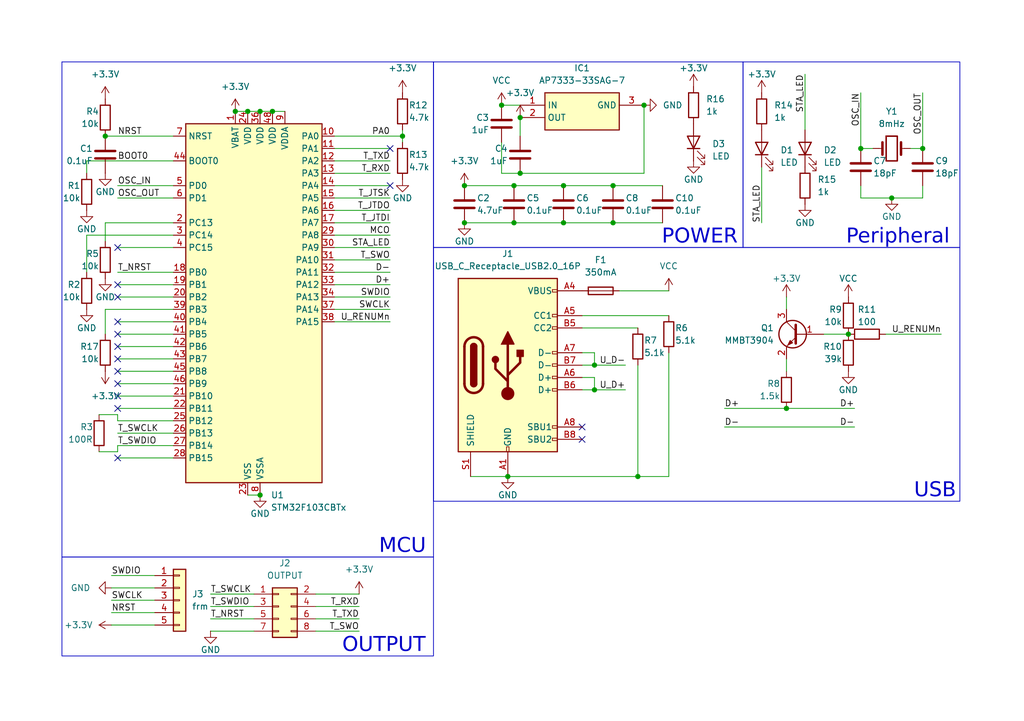
<source format=kicad_sch>
(kicad_sch (version 20231120) (generator "eeschema") (generator_version "8.0")
  (paper "A5")
  (title_block (title "ST-LINK-V2_1") (date "2024-08-02") (rev "Rev2") (company "yukuyuku4123"))
  (lib_symbols
    (symbol "Connector:USB_C_Receptacle_USB2.0_16P" (pin_names (offset 1.016))
      (property "Reference" "J" (at 0 22.225 0))
      (property "Value" "USB_C_Receptacle_USB2.0_16P" (at 0 19.685 0))
      (symbol "USB_C_Receptacle_USB2.0_16P_0_0"
        (rectangle (start -0.254 -17.78) (end 0.254 -16.764))
        (rectangle (start 10.16 -14.986) (end 9.144 -15.494))
        (rectangle (start 10.16 -12.446) (end 9.144 -12.954))
        (rectangle (start 10.16 -4.826) (end 9.144 -5.334))
        (rectangle (start 10.16 -2.286) (end 9.144 -2.794))
        (rectangle (start 10.16 0.254) (end 9.144 -0.254))
        (rectangle (start 10.16 2.794) (end 9.144 2.286))
        (rectangle (start 10.16 7.874) (end 9.144 7.366))
        (rectangle (start 10.16 10.414) (end 9.144 9.906))
        (rectangle (start 10.16 15.494) (end 9.144 14.986))
      )
      (symbol "USB_C_Receptacle_USB2.0_16P_0_1"
        (rectangle (start -10.16 17.78) (end 10.16 -17.78) (stroke (width 0.254)) (fill (type background)))
        (arc (start -8.89 -3.81) (mid -6.985 -5.7067) (end -5.08 -3.81) (stroke (width 0.508)))
        (arc (start -7.62 -3.81) (mid -6.985 -4.4423) (end -6.35 -3.81) (stroke (width 0.254)))
        (arc (start -7.62 -3.81) (mid -6.985 -4.4423) (end -6.35 -3.81) (stroke (width 0.254)) (fill (type outline)))
        (rectangle (start -7.62 -3.81) (end -6.35 3.81) (stroke (width 0.254)) (fill (type outline)))
        (arc (start -6.35 3.81) (mid -6.985 4.4423) (end -7.62 3.81) (stroke (width 0.254)))
        (arc (start -6.35 3.81) (mid -6.985 4.4423) (end -7.62 3.81) (stroke (width 0.254)) (fill (type outline)))
        (arc (start -5.08 3.81) (mid -6.985 5.7067) (end -8.89 3.81) (stroke (width 0.508)))
        (circle (center -2.54 1.143) (radius 0.635) (stroke (width 0.254)) (fill (type outline)))
        (circle (center 0 -5.842) (radius 1.27) (fill (type outline)))
        (polyline (pts (xy -8.89 -3.81) (xy -8.89 3.81)) (stroke (width 0.508)))
        (polyline (pts (xy -5.08 3.81) (xy -5.08 -3.81)) (stroke (width 0.508)))
        (polyline (pts (xy 0 -5.842) (xy 0 4.318)) (stroke (width 0.508)))
        (polyline (pts (xy 0 -3.302) (xy -2.54 -0.762) (xy -2.54 0.508)) (stroke (width 0.508)))
        (polyline (pts (xy 0 -2.032) (xy 2.54 0.508) (xy 2.54 1.778)) (stroke (width 0.508)))
        (polyline (pts (xy -1.27 4.318) (xy 0 6.858) (xy 1.27 4.318) (xy -1.27 4.318)) (stroke (width 0.254)) (fill (type outline)))
        (rectangle (start 1.905 1.778) (end 3.175 3.048) (stroke (width 0.254)) (fill (type outline)))
      )
      (symbol "USB_C_Receptacle_USB2.0_16P_1_1"
        (pin passive line (at 0 -22.86 90) (length 5.08) (name "GND") (number "A1"))
        (pin passive line (at 0 -22.86 90) (length 5.08) hide (name "GND") (number "A12"))
        (pin passive line (at 15.24 15.24 180) (length 5.08) (name "VBUS") (number "A4"))
        (pin bidirectional line (at 15.24 10.16 180) (length 5.08) (name "CC1") (number "A5"))
        (pin bidirectional line (at 15.24 -2.54 180) (length 5.08) (name "D+") (number "A6"))
        (pin bidirectional line (at 15.24 2.54 180) (length 5.08) (name "D-") (number "A7"))
        (pin bidirectional line (at 15.24 -12.7 180) (length 5.08) (name "SBU1") (number "A8"))
        (pin passive line (at 15.24 15.24 180) (length 5.08) hide (name "VBUS") (number "A9"))
        (pin passive line (at 0 -22.86 90) (length 5.08) hide (name "GND") (number "B1"))
        (pin passive line (at 0 -22.86 90) (length 5.08) hide (name "GND") (number "B12"))
        (pin passive line (at 15.24 15.24 180) (length 5.08) hide (name "VBUS") (number "B4"))
        (pin bidirectional line (at 15.24 7.62 180) (length 5.08) (name "CC2") (number "B5"))
        (pin bidirectional line (at 15.24 -5.08 180) (length 5.08) (name "D+") (number "B6"))
        (pin bidirectional line (at 15.24 0 180) (length 5.08) (name "D-") (number "B7"))
        (pin bidirectional line (at 15.24 -15.24 180) (length 5.08) (name "SBU2") (number "B8"))
        (pin passive line (at 15.24 15.24 180) (length 5.08) hide (name "VBUS") (number "B9"))
        (pin passive line (at -7.62 -22.86 90) (length 5.08) (name "SHIELD") (number "S1"))
      )
    )
    (symbol "Connector_Generic:Conn_01x05" (pin_names (offset 1.016) hide)
      (property "Reference" "J" (at 0 7.62 0))
      (property "Value" "Conn_01x05" (at 0 -7.62 0))
      (symbol "Conn_01x05_1_1"
        (rectangle (start -1.27 -4.953) (end 0 -5.207) (stroke (width 0.1524)))
        (rectangle (start -1.27 -2.413) (end 0 -2.667) (stroke (width 0.1524)))
        (rectangle (start -1.27 0.127) (end 0 -0.127) (stroke (width 0.1524)))
        (rectangle (start -1.27 2.667) (end 0 2.413) (stroke (width 0.1524)))
        (rectangle (start -1.27 5.207) (end 0 4.953) (stroke (width 0.1524)))
        (rectangle (start -1.27 6.35) (end 1.27 -6.35) (stroke (width 0.254)) (fill (type background)))
        (pin passive line (at -5.08 5.08 0) (length 3.81) (name "Pin_1") (number "1"))
        (pin passive line (at -5.08 2.54 0) (length 3.81) (name "Pin_2") (number "2"))
        (pin passive line (at -5.08 0 0) (length 3.81) (name "Pin_3") (number "3"))
        (pin passive line (at -5.08 -2.54 0) (length 3.81) (name "Pin_4") (number "4"))
        (pin passive line (at -5.08 -5.08 0) (length 3.81) (name "Pin_5") (number "5"))
      )
    )
    (symbol "Connector_Generic:Conn_02x04_Odd_Even" (pin_names (offset 1.016) hide)
      (property "Reference" "J" (at 1.27 5.08 0))
      (property "Value" "Conn_02x04_Odd_Even" (at 1.27 -7.62 0))
      (symbol "Conn_02x04_Odd_Even_1_1"
        (rectangle (start -1.27 -4.953) (end 0 -5.207) (stroke (width 0.1524)))
        (rectangle (start -1.27 -2.413) (end 0 -2.667) (stroke (width 0.1524)))
        (rectangle (start -1.27 0.127) (end 0 -0.127) (stroke (width 0.1524)))
        (rectangle (start -1.27 2.667) (end 0 2.413) (stroke (width 0.1524)))
        (rectangle (start -1.27 3.81) (end 3.81 -6.35) (stroke (width 0.254)) (fill (type background)))
        (rectangle (start 3.81 -4.953) (end 2.54 -5.207) (stroke (width 0.1524)))
        (rectangle (start 3.81 -2.413) (end 2.54 -2.667) (stroke (width 0.1524)))
        (rectangle (start 3.81 0.127) (end 2.54 -0.127) (stroke (width 0.1524)))
        (rectangle (start 3.81 2.667) (end 2.54 2.413) (stroke (width 0.1524)))
        (pin passive line (at -5.08 2.54 0) (length 3.81) (name "Pin_1") (number "1"))
        (pin passive line (at 7.62 2.54 180) (length 3.81) (name "Pin_2") (number "2"))
        (pin passive line (at -5.08 0 0) (length 3.81) (name "Pin_3") (number "3"))
        (pin passive line (at 7.62 0 180) (length 3.81) (name "Pin_4") (number "4"))
        (pin passive line (at -5.08 -2.54 0) (length 3.81) (name "Pin_5") (number "5"))
        (pin passive line (at 7.62 -2.54 180) (length 3.81) (name "Pin_6") (number "6"))
        (pin passive line (at -5.08 -5.08 0) (length 3.81) (name "Pin_7") (number "7"))
        (pin passive line (at 7.62 -5.08 180) (length 3.81) (name "Pin_8") (number "8"))
      )
    )
    (symbol "Device:C" (pin_numbers hide) (pin_names (offset 0.254))
      (property "Reference" "C" (at 0.635 2.54 0))
      (property "Value" "C" (at 0.635 -2.54 0))
      (symbol "C_0_1"
        (polyline (pts (xy -2.032 -0.762) (xy 2.032 -0.762)) (stroke (width 0.508)))
        (polyline (pts (xy -2.032 0.762) (xy 2.032 0.762)) (stroke (width 0.508)))
      )
      (symbol "C_1_1"
        (pin passive line (at 0 3.81 270) (length 2.794) (name "~") (number "1"))
        (pin passive line (at 0 -3.81 90) (length 2.794) (name "~") (number "2"))
      )
    )
    (symbol "Device:Crystal" (pin_numbers hide) (pin_names (offset 1.016) hide)
      (property "Reference" "Y" (at 0 3.81 0))
      (property "Value" "Crystal" (at 0 -3.81 0))
      (symbol "Crystal_0_1"
        (rectangle (start -1.143 2.54) (end 1.143 -2.54) (stroke (width 0.3048)))
        (polyline (pts (xy -2.54 0) (xy -1.905 0)))
        (polyline (pts (xy -1.905 -1.27) (xy -1.905 1.27)) (stroke (width 0.508)))
        (polyline (pts (xy 1.905 -1.27) (xy 1.905 1.27)) (stroke (width 0.508)))
        (polyline (pts (xy 2.54 0) (xy 1.905 0)))
      )
      (symbol "Crystal_1_1"
        (pin passive line (at -3.81 0 0) (length 1.27) (name "1") (number "1"))
        (pin passive line (at 3.81 0 180) (length 1.27) (name "2") (number "2"))
      )
    )
    (symbol "Device:Fuse" (pin_numbers hide) (pin_names (offset 0))
      (property "Reference" "F" (at 2.032 0 90))
      (property "Value" "Fuse" (at -1.905 0 90))
      (symbol "Fuse_0_1"
        (rectangle (start -0.762 -2.54) (end 0.762 2.54) (stroke (width 0.254)))
        (polyline (pts (xy 0 2.54) (xy 0 -2.54)))
      )
      (symbol "Fuse_1_1"
        (pin passive line (at 0 3.81 270) (length 1.27) (name "~") (number "1"))
        (pin passive line (at 0 -3.81 90) (length 1.27) (name "~") (number "2"))
      )
    )
    (symbol "Device:LED" (pin_numbers hide) (pin_names (offset 1.016) hide)
      (property "Reference" "D" (at 0 2.54 0))
      (property "Value" "LED" (at 0 -2.54 0))
      (symbol "LED_0_1"
        (polyline (pts (xy -1.27 -1.27) (xy -1.27 1.27)) (stroke (width 0.254)))
        (polyline (pts (xy -1.27 0) (xy 1.27 0)))
        (polyline (pts (xy 1.27 -1.27) (xy 1.27 1.27) (xy -1.27 0) (xy 1.27 -1.27)) (stroke (width 0.254)))
        (polyline (pts (xy -3.048 -0.762) (xy -4.572 -2.286) (xy -3.81 -2.286) (xy -4.572 -2.286) (xy -4.572 -1.524)))
        (polyline (pts (xy -1.778 -0.762) (xy -3.302 -2.286) (xy -2.54 -2.286) (xy -3.302 -2.286) (xy -3.302 -1.524)))
      )
      (symbol "LED_1_1"
        (pin passive line (at -3.81 0 0) (length 2.54) (name "K") (number "1"))
        (pin passive line (at 3.81 0 180) (length 2.54) (name "A") (number "2"))
      )
    )
    (symbol "Device:R" (pin_numbers hide) (pin_names (offset 0))
      (property "Reference" "R" (at 2.032 0 90))
      (property "Value" "R" (at 0 0 90))
      (symbol "R_0_1"
        (rectangle (start -1.016 -2.54) (end 1.016 2.54) (stroke (width 0.254)))
      )
      (symbol "R_1_1"
        (pin passive line (at 0 3.81 270) (length 1.27) (name "~") (number "1"))
        (pin passive line (at 0 -3.81 90) (length 1.27) (name "~") (number "2"))
      )
    )
    (symbol "MCU_ST_STM32F1:STM32F103CBTx"
      (property "Reference" "U" (at -12.7 39.37 0))
      (property "Value" "STM32F103CBTx" (at 10.16 39.37 0))
      (symbol "STM32F103CBTx_0_1"
        (rectangle (start -12.7 -35.56) (end 15.24 38.1) (stroke (width 0.254)) (fill (type background)))
      )
      (symbol "STM32F103CBTx_1_1"
        (pin power_in line (at -2.54 40.64 270) (length 2.54) (name "VBAT") (number "1"))
        (pin bidirectional line (at 17.78 35.56 180) (length 2.54) (name "PA0") (number "10"))
        (pin bidirectional line (at 17.78 33.02 180) (length 2.54) (name "PA1") (number "11"))
        (pin bidirectional line (at 17.78 30.48 180) (length 2.54) (name "PA2") (number "12"))
        (pin bidirectional line (at 17.78 27.94 180) (length 2.54) (name "PA3") (number "13"))
        (pin bidirectional line (at 17.78 25.4 180) (length 2.54) (name "PA4") (number "14"))
        (pin bidirectional line (at 17.78 22.86 180) (length 2.54) (name "PA5") (number "15"))
        (pin bidirectional line (at 17.78 20.32 180) (length 2.54) (name "PA6") (number "16"))
        (pin bidirectional line (at 17.78 17.78 180) (length 2.54) (name "PA7") (number "17"))
        (pin bidirectional line (at -15.24 7.62 0) (length 2.54) (name "PB0") (number "18"))
        (pin bidirectional line (at -15.24 5.08 0) (length 2.54) (name "PB1") (number "19"))
        (pin bidirectional line (at -15.24 17.78 0) (length 2.54) (name "PC13") (number "2"))
        (pin bidirectional line (at -15.24 2.54 0) (length 2.54) (name "PB2") (number "20"))
        (pin bidirectional line (at -15.24 -17.78 0) (length 2.54) (name "PB10") (number "21"))
        (pin bidirectional line (at -15.24 -20.32 0) (length 2.54) (name "PB11") (number "22"))
        (pin power_in line (at 0 -38.1 90) (length 2.54) (name "VSS") (number "23"))
        (pin power_in line (at 0 40.64 270) (length 2.54) (name "VDD") (number "24"))
        (pin bidirectional line (at -15.24 -22.86 0) (length 2.54) (name "PB12") (number "25"))
        (pin bidirectional line (at -15.24 -25.4 0) (length 2.54) (name "PB13") (number "26"))
        (pin bidirectional line (at -15.24 -27.94 0) (length 2.54) (name "PB14") (number "27"))
        (pin bidirectional line (at -15.24 -30.48 0) (length 2.54) (name "PB15") (number "28"))
        (pin bidirectional line (at 17.78 15.24 180) (length 2.54) (name "PA8") (number "29"))
        (pin bidirectional line (at -15.24 15.24 0) (length 2.54) (name "PC14") (number "3"))
        (pin bidirectional line (at 17.78 12.7 180) (length 2.54) (name "PA9") (number "30"))
        (pin bidirectional line (at 17.78 10.16 180) (length 2.54) (name "PA10") (number "31"))
        (pin bidirectional line (at 17.78 7.62 180) (length 2.54) (name "PA11") (number "32"))
        (pin bidirectional line (at 17.78 5.08 180) (length 2.54) (name "PA12") (number "33"))
        (pin bidirectional line (at 17.78 2.54 180) (length 2.54) (name "PA13") (number "34"))
        (pin passive line (at 0 -38.1 90) (length 2.54) hide (name "VSS") (number "35"))
        (pin power_in line (at 2.54 40.64 270) (length 2.54) (name "VDD") (number "36"))
        (pin bidirectional line (at 17.78 0 180) (length 2.54) (name "PA14") (number "37"))
        (pin bidirectional line (at 17.78 -2.54 180) (length 2.54) (name "PA15") (number "38"))
        (pin bidirectional line (at -15.24 0 0) (length 2.54) (name "PB3") (number "39"))
        (pin bidirectional line (at -15.24 12.7 0) (length 2.54) (name "PC15") (number "4"))
        (pin bidirectional line (at -15.24 -2.54 0) (length 2.54) (name "PB4") (number "40"))
        (pin bidirectional line (at -15.24 -5.08 0) (length 2.54) (name "PB5") (number "41"))
        (pin bidirectional line (at -15.24 -7.62 0) (length 2.54) (name "PB6") (number "42"))
        (pin bidirectional line (at -15.24 -10.16 0) (length 2.54) (name "PB7") (number "43"))
        (pin input line (at -15.24 30.48 0) (length 2.54) (name "BOOT0") (number "44"))
        (pin bidirectional line (at -15.24 -12.7 0) (length 2.54) (name "PB8") (number "45"))
        (pin bidirectional line (at -15.24 -15.24 0) (length 2.54) (name "PB9") (number "46"))
        (pin passive line (at 0 -38.1 90) (length 2.54) hide (name "VSS") (number "47"))
        (pin power_in line (at 5.08 40.64 270) (length 2.54) (name "VDD") (number "48"))
        (pin bidirectional line (at -15.24 25.4 0) (length 2.54) (name "PD0") (number "5"))
        (pin bidirectional line (at -15.24 22.86 0) (length 2.54) (name "PD1") (number "6"))
        (pin input line (at -15.24 35.56 0) (length 2.54) (name "NRST") (number "7"))
        (pin power_in line (at 2.54 -38.1 90) (length 2.54) (name "VSSA") (number "8"))
        (pin power_in line (at 7.62 40.64 270) (length 2.54) (name "VDDA") (number "9"))
      )
    )
    (symbol "SamacSys_Parts:AP7333-33SAG-7"
      (property "Reference" "IC" (at 21.59 7.62 0))
      (property "Value" "AP7333-33SAG-7" (at 21.59 5.08 0))
      (symbol "AP7333-33SAG-7_1_1"
        (rectangle (start 5.08 2.54) (end 20.32 -5.08) (stroke (width 0.254)) (fill (type background)))
        (pin passive line (at 0 0 0) (length 5.08) (name "IN") (number "1"))
        (pin passive line (at 0 -2.54 0) (length 5.08) (name "OUT") (number "2"))
        (pin passive line (at 25.4 0 180) (length 5.08) (name "GND") (number "3"))
      )
    )
    (symbol "Transistor_BJT:MMBT3904" (pin_names (offset 0) hide)
      (property "Reference" "Q" (at 5.08 1.905 0))
      (property "Value" "MMBT3904" (at 5.08 0 0))
      (symbol "MMBT3904_0_1"
        (polyline (pts (xy 0.635 0.635) (xy 2.54 2.54)))
        (polyline (pts (xy 0.635 -0.635) (xy 2.54 -2.54) (xy 2.54 -2.54)))
        (polyline (pts (xy 0.635 1.905) (xy 0.635 -1.905) (xy 0.635 -1.905)) (stroke (width 0.508)))
        (polyline (pts (xy 1.27 -1.778) (xy 1.778 -1.27) (xy 2.286 -2.286) (xy 1.27 -1.778) (xy 1.27 -1.778)) (fill (type outline)))
        (circle (center 1.27 0) (radius 2.8194) (stroke (width 0.254)))
      )
      (symbol "MMBT3904_1_1"
        (pin input line (at -5.08 0 0) (length 5.715) (name "B") (number "1"))
        (pin passive line (at 2.54 -5.08 90) (length 2.54) (name "E") (number "2"))
        (pin passive line (at 2.54 5.08 270) (length 2.54) (name "C") (number "3"))
      )
    )
    (symbol "power:+3.3V" (power) (pin_numbers hide) (pin_names (offset 0) hide)
      (property "Value" "+3.3V" (at 0 3.556 0))
      (symbol "+3.3V_0_1"
        (polyline (pts (xy -0.762 1.27) (xy 0 2.54)))
        (polyline (pts (xy 0 0) (xy 0 2.54)))
        (polyline (pts (xy 0 2.54) (xy 0.762 1.27)))
      )
      (symbol "+3.3V_1_1"
        (pin power_in line (at 0 0 90) (length 0) (name "~") (number "1"))
      )
    )
    (symbol "power:GND" (power) (pin_numbers hide) (pin_names (offset 0) hide)
      (property "Value" "GND" (at 0 -3.81 0))
      (symbol "GND_0_1"
        (polyline (pts (xy 0 0) (xy 0 -1.27) (xy 1.27 -1.27) (xy 0 -2.54) (xy -1.27 -1.27) (xy 0 -1.27)))
      )
      (symbol "GND_1_1"
        (pin power_in line (at 0 0 270) (length 0) (name "~") (number "1"))
      )
    )
    (symbol "power:VCC" (power) (pin_numbers hide) (pin_names (offset 0) hide)
      (property "Value" "VCC" (at 0 3.556 0))
      (symbol "VCC_0_1"
        (polyline (pts (xy -0.762 1.27) (xy 0 2.54)))
        (polyline (pts (xy 0 0) (xy 0 2.54)))
        (polyline (pts (xy 0 2.54) (xy 0.762 1.27)))
      )
      (symbol "VCC_1_1"
        (pin power_in line (at 0 0 90) (length 0) (name "~") (number "1"))
      )
    )
  )
  (junction (at 121.92 74.93))
  (junction (at 189.23 30.48))
  (junction (at 53.34 22.86))
  (junction (at 182.88 40.64))
  (junction (at 115.57 45.72))
  (junction (at 130.81 97.79))
  (junction (at 102.87 21.59))
  (junction (at 53.34 101.6))
  (junction (at 106.68 35.56))
  (junction (at 50.8 22.86))
  (junction (at 95.25 45.72))
  (junction (at 55.88 22.86))
  (junction (at 125.73 45.72))
  (junction (at 173.99 68.58))
  (junction (at 125.73 38.1))
  (junction (at 21.59 27.94))
  (junction (at 161.29 83.82))
  (junction (at 104.14 97.79))
  (junction (at 176.53 30.48))
  (junction (at 105.41 38.1))
  (junction (at 95.25 38.1))
  (junction (at 105.41 45.72))
  (junction (at 106.68 24.13))
  (junction (at 115.57 38.1))
  (junction (at 132.08 21.59))
  (junction (at 121.92 80.01))
  (junction (at 48.26 22.86))
  (junction (at 82.55 27.94))
  (no_connect (at 24.13 68.58))
  (no_connect (at 80.01 30.48))
  (no_connect (at 24.13 66.04))
  (no_connect (at 80.01 38.1))
  (no_connect (at 119.38 87.63))
  (no_connect (at 24.13 93.98))
  (no_connect (at 24.13 60.96))
  (no_connect (at 24.13 73.66))
  (no_connect (at 24.13 78.74))
  (no_connect (at 119.38 90.17))
  (no_connect (at 24.13 58.42))
  (no_connect (at 24.13 50.8))
  (no_connect (at 24.13 76.2))
  (no_connect (at 24.13 83.82))
  (no_connect (at 24.13 81.28))
  (no_connect (at 24.13 71.12))
  (wire (pts (xy 24.13 92.71) (xy 24.13 91.44)))
  (wire (pts (xy 95.25 38.1) (xy 105.41 38.1)))
  (wire (pts (xy 22.86 120.65) (xy 31.75 120.65)))
  (wire (pts (xy 43.18 124.46) (xy 52.07 124.46)))
  (wire (pts (xy 53.34 22.86) (xy 55.88 22.86)))
  (wire (pts (xy 137.16 72.39) (xy 137.16 97.79)))
  (wire (pts (xy 21.59 63.5) (xy 21.59 68.58)))
  (wire (pts (xy 22.86 128.27) (xy 31.75 128.27)))
  (wire (pts (xy 121.92 74.93) (xy 128.27 74.93)))
  (wire (pts (xy 95.25 45.72) (xy 105.41 45.72)))
  (wire (pts (xy 68.58 60.96) (xy 80.01 60.96)))
  (wire (pts (xy 176.53 19.05) (xy 176.53 30.48)))
  (wire (pts (xy 148.59 87.63) (xy 175.26 87.63)))
  (wire (pts (xy 21.59 63.5) (xy 35.56 63.5)))
  (wire (pts (xy 24.13 83.82) (xy 35.56 83.82)))
  (wire (pts (xy 20.32 85.09) (xy 24.13 85.09)))
  (wire (pts (xy 68.58 48.26) (xy 80.01 48.26)))
  (wire (pts (xy 43.18 127) (xy 52.07 127)))
  (wire (pts (xy 148.59 83.82) (xy 161.29 83.82)))
  (wire (pts (xy 24.13 50.8) (xy 35.56 50.8)))
  (wire (pts (xy 21.59 27.94) (xy 35.56 27.94)))
  (wire (pts (xy 24.13 58.42) (xy 35.56 58.42)))
  (wire (pts (xy 165.1 26.67) (xy 165.1 15.24)))
  (wire (pts (xy 68.58 27.94) (xy 82.55 27.94)))
  (wire (pts (xy 130.81 74.93) (xy 130.81 97.79)))
  (wire (pts (xy 106.68 35.56) (xy 132.08 35.56)))
  (wire (pts (xy 22.86 125.73) (xy 31.75 125.73)))
  (wire (pts (xy 24.13 55.88) (xy 35.56 55.88)))
  (wire (pts (xy 68.58 30.48) (xy 80.01 30.48)))
  (wire (pts (xy 189.23 40.64) (xy 189.23 38.1)))
  (wire (pts (xy 24.13 81.28) (xy 35.56 81.28)))
  (wire (pts (xy 96.52 97.79) (xy 104.14 97.79)))
  (wire (pts (xy 119.38 64.77) (xy 137.16 64.77)))
  (wire (pts (xy 102.87 21.59) (xy 106.68 21.59)))
  (wire (pts (xy 121.92 80.01) (xy 128.27 80.01)))
  (wire (pts (xy 68.58 53.34) (xy 80.01 53.34)))
  (wire (pts (xy 17.78 33.02) (xy 35.56 33.02)))
  (wire (pts (xy 24.13 71.12) (xy 35.56 71.12)))
  (wire (pts (xy 119.38 72.39) (xy 121.92 72.39)))
  (wire (pts (xy 22.86 123.19) (xy 31.75 123.19)))
  (wire (pts (xy 127 59.69) (xy 137.16 59.69)))
  (wire (pts (xy 68.58 35.56) (xy 80.01 35.56)))
  (wire (pts (xy 132.08 35.56) (xy 132.08 21.59)))
  (wire (pts (xy 161.29 83.82) (xy 175.26 83.82)))
  (wire (pts (xy 24.13 85.09) (xy 24.13 86.36)))
  (wire (pts (xy 119.38 77.47) (xy 121.92 77.47)))
  (wire (pts (xy 168.91 68.58) (xy 173.99 68.58)))
  (wire (pts (xy 24.13 91.44) (xy 35.56 91.44)))
  (wire (pts (xy 182.88 40.64) (xy 189.23 40.64)))
  (wire (pts (xy 115.57 38.1) (xy 125.73 38.1)))
  (wire (pts (xy 119.38 80.01) (xy 121.92 80.01)))
  (wire (pts (xy 104.14 97.79) (xy 130.81 97.79)))
  (wire (pts (xy 125.73 38.1) (xy 135.89 38.1)))
  (wire (pts (xy 105.41 45.72) (xy 115.57 45.72)))
  (wire (pts (xy 55.88 22.86) (xy 58.42 22.86)))
  (wire (pts (xy 50.8 101.6) (xy 53.34 101.6)))
  (wire (pts (xy 24.13 93.98) (xy 35.56 93.98)))
  (wire (pts (xy 24.13 68.58) (xy 35.56 68.58)))
  (wire (pts (xy 24.13 88.9) (xy 35.56 88.9)))
  (wire (pts (xy 119.38 74.93) (xy 121.92 74.93)))
  (wire (pts (xy 121.92 72.39) (xy 121.92 74.93)))
  (wire (pts (xy 102.87 35.56) (xy 106.68 35.56)))
  (wire (pts (xy 24.13 78.74) (xy 35.56 78.74)))
  (wire (pts (xy 24.13 40.64) (xy 35.56 40.64)))
  (wire (pts (xy 102.87 29.21) (xy 102.87 35.56)))
  (wire (pts (xy 68.58 40.64) (xy 80.01 40.64)))
  (wire (pts (xy 161.29 73.66) (xy 161.29 76.2)))
  (wire (pts (xy 17.78 48.26) (xy 17.78 55.88)))
  (wire (pts (xy 24.13 86.36) (xy 35.56 86.36)))
  (wire (pts (xy 176.53 38.1) (xy 176.53 40.64)))
  (wire (pts (xy 68.58 50.8) (xy 80.01 50.8)))
  (wire (pts (xy 24.13 76.2) (xy 35.56 76.2)))
  (wire (pts (xy 82.55 26.67) (xy 82.55 27.94)))
  (wire (pts (xy 68.58 63.5) (xy 80.01 63.5)))
  (wire (pts (xy 68.58 58.42) (xy 80.01 58.42)))
  (wire (pts (xy 68.58 33.02) (xy 80.01 33.02)))
  (wire (pts (xy 17.78 35.56) (xy 17.78 33.02)))
  (wire (pts (xy 48.26 22.86) (xy 50.8 22.86)))
  (wire (pts (xy 105.41 38.1) (xy 115.57 38.1)))
  (wire (pts (xy 64.77 124.46) (xy 73.66 124.46)))
  (wire (pts (xy 119.38 67.31) (xy 130.81 67.31)))
  (wire (pts (xy 121.92 77.47) (xy 121.92 80.01)))
  (wire (pts (xy 176.53 40.64) (xy 182.88 40.64)))
  (wire (pts (xy 17.78 48.26) (xy 35.56 48.26)))
  (wire (pts (xy 125.73 45.72) (xy 135.89 45.72)))
  (wire (pts (xy 106.68 24.13) (xy 106.68 27.94)))
  (wire (pts (xy 189.23 19.05) (xy 189.23 30.48)))
  (wire (pts (xy 21.59 45.72) (xy 35.56 45.72)))
  (wire (pts (xy 156.21 45.72) (xy 156.21 34.29)))
  (wire (pts (xy 68.58 43.18) (xy 80.01 43.18)))
  (wire (pts (xy 24.13 73.66) (xy 35.56 73.66)))
  (wire (pts (xy 137.16 97.79) (xy 130.81 97.79)))
  (wire (pts (xy 68.58 66.04) (xy 80.01 66.04)))
  (wire (pts (xy 20.32 92.71) (xy 24.13 92.71)))
  (wire (pts (xy 115.57 45.72) (xy 125.73 45.72)))
  (wire (pts (xy 64.77 121.92) (xy 73.66 121.92)))
  (wire (pts (xy 22.86 118.11) (xy 31.75 118.11)))
  (wire (pts (xy 176.53 30.48) (xy 179.07 30.48)))
  (wire (pts (xy 68.58 45.72) (xy 80.01 45.72)))
  (wire (pts (xy 24.13 38.1) (xy 35.56 38.1)))
  (wire (pts (xy 24.13 66.04) (xy 35.56 66.04)))
  (wire (pts (xy 43.18 121.92) (xy 52.07 121.92)))
  (wire (pts (xy 68.58 55.88) (xy 80.01 55.88)))
  (wire (pts (xy 161.29 60.96) (xy 161.29 63.5)))
  (wire (pts (xy 64.77 129.54) (xy 73.66 129.54)))
  (wire (pts (xy 64.77 127) (xy 73.66 127)))
  (wire (pts (xy 82.55 27.94) (xy 82.55 29.21)))
  (wire (pts (xy 50.8 22.86) (xy 53.34 22.86)))
  (wire (pts (xy 24.13 60.96) (xy 35.56 60.96)))
  (wire (pts (xy 181.61 68.58) (xy 193.04 68.58)))
  (wire (pts (xy 186.69 30.48) (xy 189.23 30.48)))
  (wire (pts (xy 21.59 45.72) (xy 21.59 49.53)))
  (wire (pts (xy 43.18 129.54) (xy 52.07 129.54)))
  (wire (pts (xy 68.58 38.1) (xy 80.01 38.1)))
  (rectangle (start 12.7 114.3) (end 88.9 134.62))
  (rectangle (start 152.4 12.7) (end 196.85 50.8))
  (rectangle (start 88.9 12.7) (end 152.4 50.8))
  (rectangle (start 88.9 50.8) (end 196.85 102.87))
  (rectangle (start 12.7 12.7) (end 88.9 114.3))
  (text "Peripheral" (at 184.15 49.53 0) (effects (font (size 3 3))))
  (text "OUTPUT" (at 78.74 133.35 0) (effects (font (size 3 3))))
  (text "POWER" (at 143.51 49.53 0) (effects (font (size 3 3))))
  (text "USB" (at 191.77 101.6 0) (effects (font (size 3 3))))
  (text "MCU" (at 82.55 113.03 0) (effects (font (size 3 3))))
  (label "T_SWDIO" (at 24.13 91.44 0))
  (label "NRST" (at 24.13 27.94 0))
  (label "D-" (at 80.01 55.88 180))
  (label "T_RXD" (at 80.01 35.56 180))
  (label "OSC_IN" (at 176.53 19.05 270))
  (label "BOOT0" (at 24.13 33.02 0))
  (label "T_NRST" (at 43.18 127 0))
  (label "T_SWCLK" (at 43.18 121.92 0))
  (label "D+" (at 80.01 58.42 180))
  (label "T_SWO" (at 73.66 129.54 180))
  (label "T_SWCLK" (at 24.13 88.9 0))
  (label "NRST" (at 22.86 125.73 0))
  (label "U_D+" (at 128.27 80.01 180))
  (label "D-" (at 148.59 87.63 0))
  (label "OSC_OUT" (at 189.23 19.05 270))
  (label "T_JTDO" (at 80.01 43.18 180))
  (label "STA_LED" (at 165.1 15.24 270))
  (label "STA_LED" (at 80.01 50.8 180))
  (label "OSC_OUT" (at 24.13 40.64 0))
  (label "SWDIO" (at 80.01 60.96 180))
  (label "T_TXD" (at 80.01 33.02 180))
  (label "T_SWDIO" (at 43.18 124.46 0))
  (label "U_RENUMn" (at 193.04 68.58 180))
  (label "SWCLK" (at 22.86 123.19 0))
  (label "D-" (at 175.26 87.63 180))
  (label "U_D-" (at 128.27 74.93 180))
  (label "OSC_IN" (at 24.13 38.1 0))
  (label "SWCLK" (at 80.01 63.5 180))
  (label "SWDIO" (at 22.86 118.11 0))
  (label "MCO" (at 80.01 48.26 180))
  (label "T_JTDI" (at 80.01 45.72 180))
  (label "T_SWO" (at 80.01 53.34 180))
  (label "T_JTSK" (at 80.01 40.64 180))
  (label "D+" (at 175.26 83.82 180))
  (label "D+" (at 148.59 83.82 0))
  (label "T_RXD" (at 73.66 124.46 180))
  (label "STA_LED" (at 156.21 45.72 90))
  (label "PA0" (at 80.01 27.94 180))
  (label "T_TXD" (at 73.66 127 180))
  (label "U_RENUMn" (at 80.01 66.04 180))
  (label "T_NRST" (at 24.13 55.88 0))
  (symbol (lib_id "Device:LED") (at 156.21 30.48 90) (unit 1)
    (property "Reference" "D1" (at 160.02 30.7974 90) (effects (justify right)))
    (property "Value" "LED" (at 160.02 33.3374 90) (effects (justify right)))
    (property "Footprint" "LED_SMD:LED_0603_1608Metric" (effects (hide yes)))
    (property "Description" "Light emitting diode" (effects (hide yes)))
  )
  (symbol (lib_id "Device:C") (at 105.41 41.91 0) (mirror y) (unit 1)
    (property "Reference" "C5" (at 107.95 40.64 0) (effects (justify right)))
    (property "Value" "0.1uF" (at 107.95 43.18 0) (effects (justify right)))
    (property "Footprint" "Capacitor_SMD:C_0402_1005Metric" (effects (hide yes)))
    (property "Description" "Unpolarized capacitor" (effects (hide yes)))
  )
  (symbol (lib_id "power:+3.3V") (at 161.29 60.96 0) (unit 1)
    (property "Reference" "#PWR010" (effects (hide yes)))
    (property "Value" "+3.3V" (at 161.29 57.15 0))
    (property "Description" "Power symbol creates a global label with name \"+3.3V\"" (effects (hide yes)))
  )
  (symbol (lib_id "power:GND") (at 22.86 120.65 270) (unit 1)
    (property "Reference" "#PWR016" (effects (hide yes)))
    (property "Value" "GND" (at 16.51 120.65 90))
    (property "Description" "Power symbol creates a global label with name \"GND\" , ground" (effects (hide yes)))
  )
  (symbol (lib_id "Device:R") (at 21.59 53.34 0) (unit 1)
    (property "Reference" "R5" (at 20.32 52.07 0) (effects (justify right)))
    (property "Value" "10k" (at 20.32 54.61 0) (effects (justify right)))
    (property "Footprint" "Resistor_SMD:R_0603_1608Metric" (effects (hide yes)))
    (property "Description" "Resistor" (effects (hide yes)))
  )
  (symbol (lib_id "Device:Fuse") (at 123.19 59.69 90) (unit 1)
    (property "Reference" "F1" (at 123.19 53.34 90))
    (property "Value" "350mA" (at 123.19 55.88 90))
    (property "Footprint" "Fuse:Fuse_0603_1608Metric" (effects (hide yes)))
    (property "Description" "Fuse" (effects (hide yes)))
  )
  (symbol (lib_id "Device:C") (at 102.87 25.4 0) (unit 1)
    (property "Reference" "C3" (at 100.33 24.13 0) (effects (justify right)))
    (property "Value" "1uF" (at 100.33 26.67 0) (effects (justify right)))
    (property "Footprint" "Capacitor_SMD:C_0603_1608Metric" (effects (hide yes)))
    (property "Description" "Unpolarized capacitor" (effects (hide yes)))
  )
  (symbol (lib_id "power:GND") (at 95.25 45.72 0) (unit 1)
    (property "Reference" "#PWR019" (effects (hide yes)))
    (property "Value" "GND" (at 95.25 49.53 0))
    (property "Description" "Power symbol creates a global label with name \"GND\" , ground" (effects (hide yes)))
  )
  (symbol (lib_id "Device:R") (at 130.81 71.12 0) (unit 1)
    (property "Reference" "R7" (at 132.08 69.85 0) (effects (justify left)))
    (property "Value" "5.1k" (at 132.08 72.39 0) (effects (justify left)))
    (property "Footprint" "Resistor_SMD:R_0603_1608Metric" (effects (hide yes)))
    (property "Description" "Resistor" (effects (hide yes)))
  )
  (symbol (lib_id "power:GND") (at 142.24 33.02 0) (unit 1)
    (property "Reference" "#PWR029" (effects (hide yes)))
    (property "Value" "GND" (at 142.24 36.83 0))
    (property "Description" "Power symbol creates a global label with name \"GND\" , ground" (effects (hide yes)))
  )
  (symbol (lib_id "power:GND") (at 17.78 43.18 0) (unit 1)
    (property "Reference" "#PWR01" (effects (hide yes)))
    (property "Value" "GND" (at 17.78 46.99 0))
    (property "Description" "Power symbol creates a global label with name \"GND\" , ground" (effects (hide yes)))
  )
  (symbol (lib_id "power:+3.3V") (at 142.24 17.78 0) (unit 1)
    (property "Reference" "#PWR028" (effects (hide yes)))
    (property "Value" "+3.3V" (at 142.24 13.97 0))
    (property "Description" "Power symbol creates a global label with name \"+3.3V\"" (effects (hide yes)))
  )
  (symbol (lib_id "power:GND") (at 173.99 76.2 0) (unit 1)
    (property "Reference" "#PWR013" (effects (hide yes)))
    (property "Value" "GND" (at 173.99 80.01 0))
    (property "Description" "Power symbol creates a global label with name \"GND\" , ground" (effects (hide yes)))
  )
  (symbol (lib_id "power:VCC") (at 137.16 59.69 0) (unit 1)
    (property "Reference" "#PWR011" (effects (hide yes)))
    (property "Value" "VCC" (at 137.16 54.61 0))
    (property "Description" "Power symbol creates a global label with name \"VCC\"" (effects (hide yes)))
  )
  (symbol (lib_id "Device:R") (at 20.32 88.9 180) (unit 1)
    (property "Reference" "R3" (at 17.78 87.63 0))
    (property "Value" "100R" (at 16.51 90.17 0))
    (property "Footprint" "Resistor_SMD:R_0603_1608Metric" (effects (hide yes)))
  )
  (symbol (lib_id "Device:R") (at 82.55 33.02 0) (unit 1)
    (property "Reference" "R13" (at 83.82 31.75 0) (effects (justify left)))
    (property "Value" "4.7k" (at 83.82 34.29 0) (effects (justify left)))
    (property "Footprint" "Resistor_SMD:R_0603_1608Metric" (effects (hide yes)))
    (property "Description" "Resistor" (effects (hide yes)))
  )
  (symbol (lib_id "Device:C") (at 176.53 34.29 0) (mirror y) (unit 1)
    (property "Reference" "C7" (at 179.07 33.02 0) (effects (justify right)))
    (property "Value" "18pF" (at 179.07 35.56 0) (effects (justify right)))
    (property "Footprint" "Capacitor_SMD:C_0402_1005Metric" (effects (hide yes)))
    (property "Description" "Unpolarized capacitor" (effects (hide yes)))
  )
  (symbol (lib_id "Device:C") (at 125.73 41.91 0) (mirror y) (unit 1)
    (property "Reference" "C8" (at 128.27 40.64 0) (effects (justify right)))
    (property "Value" "0.1uF" (at 128.27 43.18 0) (effects (justify right)))
    (property "Footprint" "Capacitor_SMD:C_0402_1005Metric" (effects (hide yes)))
    (property "Description" "Unpolarized capacitor" (effects (hide yes)))
  )
  (symbol (lib_id "Device:C") (at 189.23 34.29 0) (mirror y) (unit 1)
    (property "Reference" "C9" (at 191.77 33.02 0) (effects (justify right)))
    (property "Value" "18pF" (at 191.77 35.56 0) (effects (justify right)))
    (property "Footprint" "Capacitor_SMD:C_0402_1005Metric" (effects (hide yes)))
    (property "Description" "Unpolarized capacitor" (effects (hide yes)))
  )
  (symbol (lib_id "Device:Crystal") (at 182.88 30.48 0) (unit 1)
    (property "Reference" "Y1" (at 182.88 22.86 0))
    (property "Value" "8mHz" (at 182.88 25.4 0))
    (property "Footprint" "Crystal:Crystal_HC49-4H_Vertical" (effects (hide yes)))
    (property "Description" "Two pin crystal" (effects (hide yes)))
  )
  (symbol (lib_id "power:+3.3V") (at 95.25 38.1 0) (unit 1)
    (property "Reference" "#PWR018" (effects (hide yes)))
    (property "Value" "+3.3V" (at 95.25 33.02 0))
    (property "Description" "Power symbol creates a global label with name \"+3.3V\"" (effects (hide yes)))
  )
  (symbol (lib_id "power:GND") (at 165.1 41.91 0) (unit 1)
    (property "Reference" "#PWR023" (effects (hide yes)))
    (property "Value" "GND" (at 165.1 45.72 0))
    (property "Description" "Power symbol creates a global label with name \"GND\" , ground" (effects (hide yes)))
  )
  (symbol (lib_id "power:GND") (at 17.78 63.5 0) (unit 1)
    (property "Reference" "#PWR02" (effects (hide yes)))
    (property "Value" "GND" (at 17.78 67.31 0))
    (property "Description" "Power symbol creates a global label with name \"GND\" , ground" (effects (hide yes)))
  )
  (symbol (lib_id "power:+3.3V") (at 73.66 121.92 0) (unit 1)
    (property "Reference" "#PWR024" (effects (hide yes)))
    (property "Value" "+3.3V" (at 73.66 116.84 0))
    (property "Description" "Power symbol creates a global label with name \"+3.3V\"" (effects (hide yes)))
  )
  (symbol (lib_id "Device:C") (at 135.89 41.91 0) (mirror y) (unit 1)
    (property "Reference" "C10" (at 138.43 40.64 0) (effects (justify right)))
    (property "Value" "0.1uF" (at 138.43 43.18 0) (effects (justify right)))
    (property "Footprint" "Capacitor_SMD:C_0402_1005Metric" (effects (hide yes)))
    (property "Description" "Unpolarized capacitor" (effects (hide yes)))
  )
  (symbol (lib_id "Device:R") (at 82.55 22.86 0) (unit 1)
    (property "Reference" "R12" (at 83.82 21.59 0) (effects (justify left)))
    (property "Value" "4.7k" (at 83.82 24.13 0) (effects (justify left)))
    (property "Footprint" "Resistor_SMD:R_0603_1608Metric" (effects (hide yes)))
    (property "Description" "Resistor" (effects (hide yes)))
  )
  (symbol (lib_id "power:GND") (at 21.59 35.56 0) (unit 1)
    (property "Reference" "#PWR04" (effects (hide yes)))
    (property "Value" "GND" (at 21.59 39.37 0))
    (property "Description" "Power symbol creates a global label with name \"GND\" , ground" (effects (hide yes)))
  )
  (symbol (lib_id "Device:LED") (at 165.1 30.48 90) (unit 1)
    (property "Reference" "D2" (at 168.91 30.7974 90) (effects (justify right)))
    (property "Value" "LED" (at 168.91 33.3374 90) (effects (justify right)))
    (property "Footprint" "LED_SMD:LED_0603_1608Metric" (effects (hide yes)))
    (property "Description" "Light emitting diode" (effects (hide yes)))
  )
  (symbol (lib_id "Device:R") (at 17.78 39.37 0) (unit 1)
    (property "Reference" "R1" (at 16.51 38.1 0) (effects (justify right)))
    (property "Value" "10k" (at 16.51 40.64 0) (effects (justify right)))
    (property "Footprint" "Resistor_SMD:R_0603_1608Metric" (effects (hide yes)))
    (property "Description" "Resistor" (effects (hide yes)))
  )
  (symbol (lib_id "Device:R") (at 142.24 21.59 0) (unit 1)
    (property "Reference" "R16" (at 144.78 20.3199 0) (effects (justify left)))
    (property "Value" "1k" (at 144.78 22.8599 0) (effects (justify left)))
    (property "Footprint" "Resistor_SMD:R_0603_1608Metric" (effects (hide yes)))
    (property "Description" "Resistor" (effects (hide yes)))
  )
  (symbol (lib_id "SamacSys_Parts:AP7333-33SAG-7") (at 106.68 21.59 0) (unit 1)
    (property "Reference" "IC1" (at 119.38 13.97 0))
    (property "Value" "AP7333-33SAG-7" (at 119.38 16.51 0))
    (property "Footprint" "SamacSys_Parts:SOT96P240X135-3N" (effects (hide yes)))
    (property "Datasheet" "https://www.diodes.com//assets/Datasheets/AP7333.pdf" (effects (hide yes)))
    (property "Description" "Linear Voltage Regulator IC Positive Fixed 1 Output 300mA SOT-23-3" (effects (hide yes)))
    (property "Height" "1.35" (effects (hide yes)))
    (property "Mouser Part Number" "621-AP7333-33SAG-7" (effects (hide yes)))
    (property "Mouser Price/Stock" "https://www.mouser.co.uk/ProductDetail/Diodes-Incorporated/AP7333-33SAG-7?qs=vIZ3oKQCLxpWqm5zu2HqxA%3D%3D" (effects (hide yes)))
    (property "Manufacturer_Name" "Diodes Incorporated" (effects (hide yes)))
    (property "Manufacturer_Part_Number" "AP7333-33SAG-7" (effects (hide yes)))
  )
  (symbol (lib_id "power:GND") (at 182.88 40.64 0) (unit 1)
    (property "Reference" "#PWR026" (effects (hide yes)))
    (property "Value" "GND" (at 182.88 44.45 0))
    (property "Description" "Power symbol creates a global label with name \"GND\" , ground" (effects (hide yes)))
  )
  (symbol (lib_id "Device:R") (at 21.59 72.39 0) (unit 1)
    (property "Reference" "R17" (at 20.32 71.12 0) (effects (justify right)))
    (property "Value" "10k" (at 20.32 73.66 0) (effects (justify right)))
    (property "Footprint" "Resistor_SMD:R_0603_1608Metric" (effects (hide yes)))
    (property "Description" "Resistor" (effects (hide yes)))
  )
  (symbol (lib_id "power:GND") (at 53.34 101.6 0) (unit 1)
    (property "Reference" "#PWR08" (effects (hide yes)))
    (property "Value" "GND" (at 53.34 105.41 0))
    (property "Description" "Power symbol creates a global label with name \"GND\" , ground" (effects (hide yes)))
  )
  (symbol (lib_id "Transistor_BJT:MMBT3904") (at 163.83 68.58 0) (mirror y) (unit 1)
    (property "Reference" "Q1" (at 158.75 67.3099 0) (effects (justify left)))
    (property "Value" "MMBT3904" (at 158.75 69.8499 0) (effects (justify left)))
    (property "Footprint" "Package_TO_SOT_SMD:SOT-23" (effects (hide yes)))
    (property "Datasheet" "https://www.onsemi.com/pdf/datasheet/pzt3904-d.pdf" (effects (hide yes)))
    (property "Description" "0.2A Ic, 40V Vce, Small Signal NPN Transistor, SOT-23" (effects (hide yes)))
  )
  (symbol (lib_id "power:+3.3V") (at 106.68 24.13 0) (unit 1)
    (property "Reference" "#PWR021" (effects (hide yes)))
    (property "Value" "+3.3V" (at 106.68 19.05 0))
    (property "Description" "Power symbol creates a global label with name \"+3.3V\"" (effects (hide yes)))
  )
  (symbol (lib_id "power:GND") (at 82.55 36.83 0) (unit 1)
    (property "Reference" "#PWR015" (effects (hide yes)))
    (property "Value" "GND" (at 82.55 40.64 0))
    (property "Description" "Power symbol creates a global label with name \"GND\" , ground" (effects (hide yes)))
  )
  (symbol (lib_id "Device:R") (at 165.1 38.1 0) (unit 1)
    (property "Reference" "R15" (at 167.64 36.8299 0) (effects (justify left)))
    (property "Value" "1k" (at 167.64 39.3699 0) (effects (justify left)))
    (property "Footprint" "Resistor_SMD:R_0603_1608Metric" (effects (hide yes)))
    (property "Description" "Resistor" (effects (hide yes)))
  )
  (symbol (lib_id "Device:R") (at 156.21 22.86 0) (unit 1)
    (property "Reference" "R14" (at 158.75 21.5899 0) (effects (justify left)))
    (property "Value" "1k" (at 158.75 24.1299 0) (effects (justify left)))
    (property "Footprint" "Resistor_SMD:R_0603_1608Metric" (effects (hide yes)))
    (property "Description" "Resistor" (effects (hide yes)))
  )
  (symbol (lib_id "Device:C") (at 115.57 41.91 0) (mirror y) (unit 1)
    (property "Reference" "C6" (at 118.11 40.64 0) (effects (justify right)))
    (property "Value" "0.1uF" (at 118.11 43.18 0) (effects (justify right)))
    (property "Footprint" "Capacitor_SMD:C_0402_1005Metric" (effects (hide yes)))
    (property "Description" "Unpolarized capacitor" (effects (hide yes)))
  )
  (symbol (lib_id "power:+3.3V") (at 48.26 22.86 0) (unit 1)
    (property "Reference" "#PWR07" (effects (hide yes)))
    (property "Value" "+3.3V" (at 48.26 17.78 0))
    (property "Description" "Power symbol creates a global label with name \"+3.3V\"" (effects (hide yes)))
  )
  (symbol (lib_id "power:+3.3V") (at 21.59 76.2 180) (unit 1)
    (property "Reference" "#PWR030" (effects (hide yes)))
    (property "Value" "+3.3V" (at 21.59 81.28 0))
    (property "Description" "Power symbol creates a global label with name \"+3.3V\"" (effects (hide yes)))
  )
  (symbol (lib_id "power:VCC") (at 102.87 21.59 0) (unit 1)
    (property "Reference" "#PWR020" (effects (hide yes)))
    (property "Value" "VCC" (at 102.87 16.51 0))
    (property "Description" "Power symbol creates a global label with name \"VCC\"" (effects (hide yes)))
  )
  (symbol (lib_id "power:+3.3V") (at 82.55 19.05 0) (unit 1)
    (property "Reference" "#PWR014" (effects (hide yes)))
    (property "Value" "+3.3V" (at 82.55 13.97 0))
    (property "Description" "Power symbol creates a global label with name \"+3.3V\"" (effects (hide yes)))
  )
  (symbol (lib_id "power:GND") (at 21.59 57.15 0) (unit 1)
    (property "Reference" "#PWR05" (effects (hide yes)))
    (property "Value" "GND" (at 21.59 60.96 0))
    (property "Description" "Power symbol creates a global label with name \"GND\" , ground" (effects (hide yes)))
  )
  (symbol (lib_id "power:GND") (at 43.18 129.54 0) (unit 1)
    (property "Reference" "#PWR025" (effects (hide yes)))
    (property "Value" "GND" (at 43.18 133.35 0))
    (property "Description" "Power symbol creates a global label with name \"GND\" , ground" (effects (hide yes)))
  )
  (symbol (lib_id "Connector_Generic:Conn_01x05") (at 36.83 123.19 0) (unit 1)
    (property "Reference" "J3" (at 39.37 121.9199 0) (effects (justify left)))
    (property "Value" "frm" (at 39.37 124.4599 0) (effects (justify left)))
    (property "Footprint" "Connector_PinHeader_2.54mm:PinHeader_1x05_P2.54mm_Vertical" (effects (hide yes)))
    (property "Description" "Generic connector, single row, 01x05, script generated (kicad-library-utils/schlib/autogen/connector/)" (effects (hide yes)))
  )
  (symbol (lib_id "Device:LED") (at 142.24 29.21 90) (unit 1)
    (property "Reference" "D3" (at 146.05 29.5274 90) (effects (justify right)))
    (property "Value" "LED" (at 146.05 32.0674 90) (effects (justify right)))
    (property "Footprint" "LED_SMD:LED_0603_1608Metric" (effects (hide yes)))
    (property "Description" "Light emitting diode" (effects (hide yes)))
  )
  (symbol (lib_id "power:+3.3V") (at 21.59 20.32 0) (unit 1)
    (property "Reference" "#PWR03" (effects (hide yes)))
    (property "Value" "+3.3V" (at 21.59 15.24 0))
    (property "Description" "Power symbol creates a global label with name \"+3.3V\"" (effects (hide yes)))
  )
  (symbol (lib_id "Device:R") (at 137.16 68.58 180) (unit 1)
    (property "Reference" "R6" (at 138.43 67.31 0) (effects (justify right)))
    (property "Value" "5.1k" (at 138.43 69.85 0) (effects (justify right)))
    (property "Footprint" "Resistor_SMD:R_0603_1608Metric" (effects (hide yes)))
    (property "Description" "Resistor" (effects (hide yes)))
  )
  (symbol (lib_id "Device:C") (at 95.25 41.91 0) (mirror y) (unit 1)
    (property "Reference" "C2" (at 97.79 40.64 0) (effects (justify right)))
    (property "Value" "4.7uF" (at 97.79 43.18 0) (effects (justify right)))
    (property "Footprint" "Capacitor_SMD:C_0603_1608Metric" (effects (hide yes)))
    (property "Description" "Unpolarized capacitor" (effects (hide yes)))
  )
  (symbol (lib_id "Device:R") (at 21.59 24.13 0) (unit 1)
    (property "Reference" "R4" (at 20.32 22.86 0) (effects (justify right)))
    (property "Value" "10k" (at 20.32 25.4 0) (effects (justify right)))
    (property "Footprint" "Resistor_SMD:R_0603_1608Metric" (effects (hide yes)))
    (property "Description" "Resistor" (effects (hide yes)))
  )
  (symbol (lib_id "Device:R") (at 17.78 59.69 0) (unit 1)
    (property "Reference" "R2" (at 16.51 58.42 0) (effects (justify right)))
    (property "Value" "10k" (at 16.51 60.96 0) (effects (justify right)))
    (property "Footprint" "Resistor_SMD:R_0603_1608Metric" (effects (hide yes)))
    (property "Description" "Resistor" (effects (hide yes)))
  )
  (symbol (lib_id "Connector:USB_C_Receptacle_USB2.0_16P") (at 104.14 74.93 0) (unit 1)
    (property "Reference" "J1" (at 104.14 52.07 0))
    (property "Value" "USB_C_Receptacle_USB2.0_16P" (at 104.14 54.61 0))
    (property "Footprint" "Connector_USB:USB_C_Receptacle_GCT_USB4105-xx-A_16P_TopMnt_Horizontal" (effects (hide yes)))
    (property "Datasheet" "https://www.usb.org/sites/default/files/documents/usb_type-c.zip" (effects (hide yes)))
    (property "Description" "USB 2.0-only 16P Type-C Receptacle connector" (effects (hide yes)))
  )
  (symbol (lib_id "power:VCC") (at 173.99 60.96 0) (unit 1)
    (property "Reference" "#PWR012" (effects (hide yes)))
    (property "Value" "VCC" (at 173.99 57.15 0))
    (property "Description" "Power symbol creates a global label with name \"VCC\"" (effects (hide yes)))
  )
  (symbol (lib_id "power:+3.3V") (at 156.21 19.05 0) (unit 1)
    (property "Reference" "#PWR022" (effects (hide yes)))
    (property "Value" "+3.3V" (at 156.21 15.24 0))
    (property "Description" "Power symbol creates a global label with name \"+3.3V\"" (effects (hide yes)))
  )
  (symbol (lib_id "power:+3.3V") (at 22.86 128.27 90) (unit 1)
    (property "Reference" "#PWR017" (effects (hide yes)))
    (property "Value" "+3.3V" (at 19.05 128.2699 90) (effects (justify left)))
    (property "Description" "Power symbol creates a global label with name \"+3.3V\"" (effects (hide yes)))
  )
  (symbol (lib_id "Device:R") (at 173.99 72.39 0) (unit 1)
    (property "Reference" "R10" (at 172.72 71.12 0) (effects (justify right)))
    (property "Value" "39k" (at 172.72 73.66 0) (effects (justify right)))
    (property "Footprint" "Resistor_SMD:R_0603_1608Metric" (effects (hide yes)))
    (property "Description" "Resistor" (effects (hide yes)))
  )
  (symbol (lib_id "power:GND") (at 104.14 97.79 0) (unit 1)
    (property "Reference" "#PWR06" (effects (hide yes)))
    (property "Value" "GND" (at 104.14 101.6 0))
    (property "Description" "Power symbol creates a global label with name \"GND\" , ground" (effects (hide yes)))
  )
  (symbol (lib_id "Device:R") (at 161.29 80.01 0) (unit 1)
    (property "Reference" "R8" (at 160.02 78.74 0) (effects (justify right)))
    (property "Value" "1.5k" (at 160.02 81.28 0) (effects (justify right)))
    (property "Footprint" "Resistor_SMD:R_0603_1608Metric" (effects (hide yes)))
    (property "Description" "Resistor" (effects (hide yes)))
  )
  (symbol (lib_id "Device:R") (at 177.8 68.58 90) (unit 1)
    (property "Reference" "R11" (at 177.8 63.5 90))
    (property "Value" "100" (at 177.8 66.04 90))
    (property "Footprint" "Resistor_SMD:R_0603_1608Metric" (effects (hide yes)))
  )
  (symbol (lib_id "MCU_ST_STM32F1:STM32F103CBTx") (at 50.8 63.5 0) (unit 1)
    (property "Reference" "U1" (at 55.5341 101.6 0) (effects (justify left)))
    (property "Value" "STM32F103CBTx" (at 55.5341 104.14 0) (effects (justify left)))
    (property "Footprint" "Package_QFP:LQFP-48_7x7mm_P0.5mm" (effects (hide yes)))
    (property "Datasheet" "https://www.st.com/resource/en/datasheet/stm32f103cb.pdf" (effects (hide yes)))
    (property "Description" "STMicroelectronics Arm Cortex-M3 MCU, 128KB flash, 20KB RAM, 72 MHz, 2.0-3.6V, 37 GPIO, LQFP48" (effects (hide yes)))
  )
  (symbol (lib_id "Device:C") (at 21.59 31.75 0) (unit 1)
    (property "Reference" "C1" (at 19.05 30.48 0) (effects (justify right)))
    (property "Value" "0.1uF" (at 19.05 33.02 0) (effects (justify right)))
    (property "Footprint" "Capacitor_SMD:C_0402_1005Metric" (effects (hide yes)))
    (property "Description" "Unpolarized capacitor" (effects (hide yes)))
  )
  (symbol (lib_id "Device:R") (at 173.99 64.77 0) (unit 1)
    (property "Reference" "R9" (at 172.72 63.5 0) (effects (justify right)))
    (property "Value" "10k" (at 172.72 66.04 0) (effects (justify right)))
    (property "Footprint" "Resistor_SMD:R_0603_1608Metric" (effects (hide yes)))
    (property "Description" "Resistor" (effects (hide yes)))
  )
  (symbol (lib_id "power:GND") (at 132.08 21.59 90) (unit 1)
    (property "Reference" "#PWR027" (effects (hide yes)))
    (property "Value" "GND" (at 135.89 21.5899 90) (effects (justify right)))
    (property "Description" "Power symbol creates a global label with name \"GND\" , ground" (effects (hide yes)))
  )
  (symbol (lib_id "Connector_Generic:Conn_02x04_Odd_Even") (at 57.15 124.46 0) (unit 1)
    (property "Reference" "J2" (at 58.42 115.57 0))
    (property "Value" "OUTPUT" (at 58.42 118.11 0))
    (property "Footprint" "Connector_PinHeader_2.54mm:PinHeader_2x04_P2.54mm_Vertical" (effects (hide yes)))
    (property "Description" "Generic connector, double row, 02x04, odd/even pin numbering scheme (row 1 odd numbers, row 2 even numbers), script generated (kicad-library-utils/schlib/autogen/connector/)" (effects (hide yes)))
  )
  (symbol (lib_id "Device:C") (at 106.68 31.75 0) (unit 1)
    (property "Reference" "C4" (at 104.14 30.48 0) (effects (justify right)))
    (property "Value" "1uF" (at 104.14 33.02 0) (effects (justify right)))
    (property "Footprint" "Capacitor_SMD:C_0603_1608Metric" (effects (hide yes)))
    (property "Description" "Unpolarized capacitor" (effects (hide yes)))
  )
)
</source>
